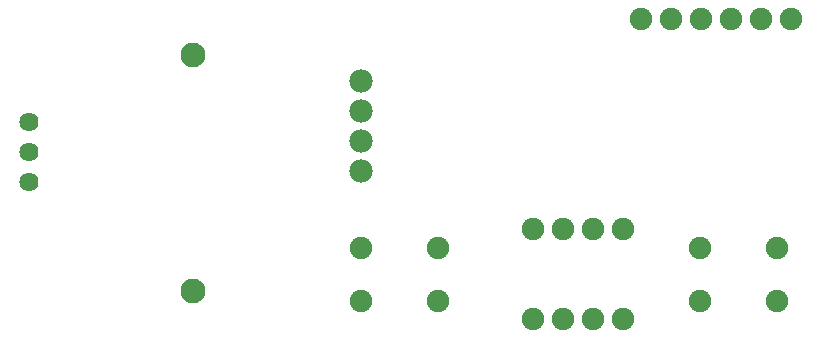
<source format=gbs>
G04 Layer: BottomSolderMaskLayer*
G04 EasyEDA v6.4.31, 2022-02-07 09:20:43*
G04 3eb59c903aca4652a743d0d7eb9a3f43,45a17ad13836470b90e4f9db8166e0ae,10*
G04 Gerber Generator version 0.2*
G04 Scale: 100 percent, Rotated: No, Reflected: No *
G04 Dimensions in millimeters *
G04 leading zeros omitted , absolute positions ,4 integer and 5 decimal *
%FSLAX45Y45*%
%MOMM*%

%ADD18C,1.6256*%
%ADD19C,2.1016*%
%ADD20C,1.9812*%
%ADD21C,1.9016*%

%LPD*%
D18*
G01*
X2692400Y5118100D03*
G01*
X2692400Y4864100D03*
G01*
X2692400Y4610100D03*
D19*
G01*
X4076700Y3686302D03*
G01*
X4076700Y5686297D03*
D20*
G01*
X5498591Y4701235D03*
G01*
X5498591Y4955235D03*
G01*
X5498591Y5209235D03*
G01*
X5498591Y5463235D03*
D21*
G01*
X6959600Y3454400D03*
G01*
X7213600Y3454400D03*
G01*
X7213600Y4216400D03*
G01*
X6959600Y4216400D03*
G01*
X7467600Y3454400D03*
G01*
X7721600Y3454400D03*
G01*
X7467600Y4216400D03*
G01*
X7721600Y4216400D03*
G01*
X8374379Y4055490D03*
G01*
X8374379Y3605403D03*
G01*
X9024620Y4055490D03*
G01*
X9024620Y3605403D03*
G01*
X6154420Y3605403D03*
G01*
X5504179Y4055490D03*
G01*
X5504179Y3605403D03*
G01*
X6154420Y4055490D03*
G01*
X8128000Y5994400D03*
G01*
X8382000Y5994400D03*
G01*
X8636000Y5994400D03*
G01*
X8890000Y5994400D03*
G01*
X9144000Y5994400D03*
G01*
X7874000Y5994400D03*
M02*

</source>
